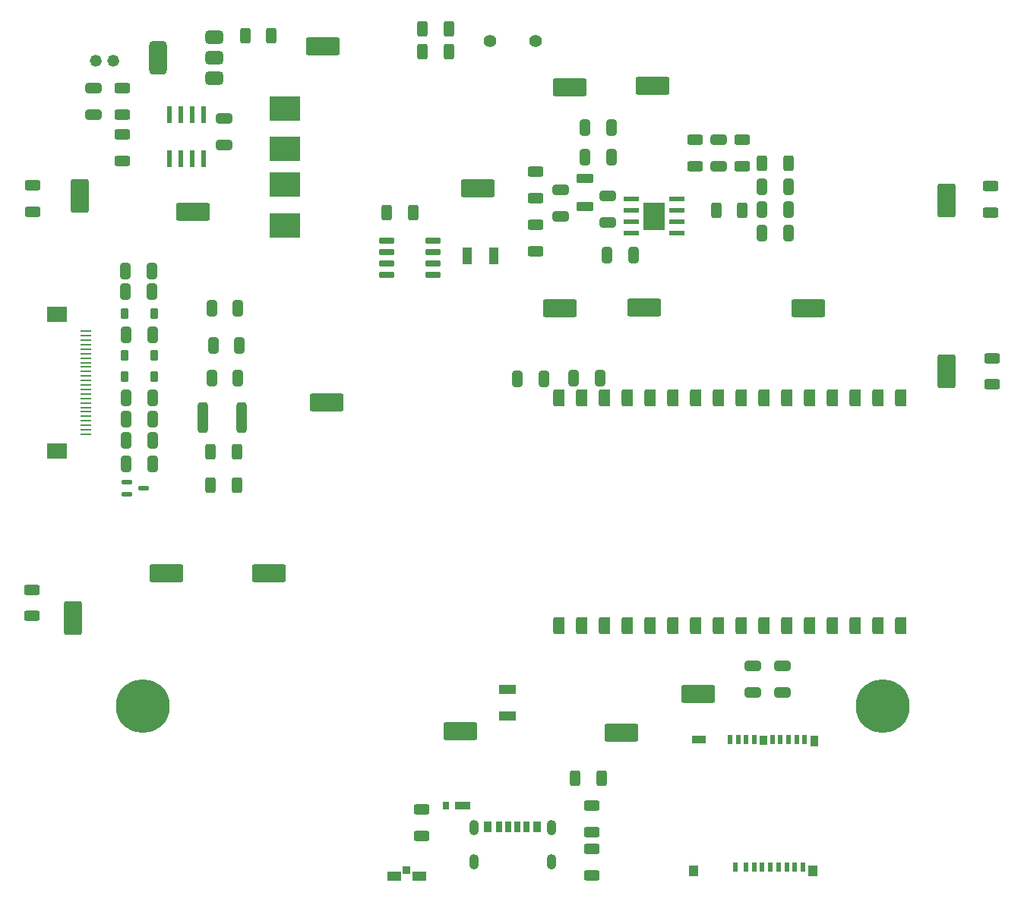
<source format=gbr>
%TF.GenerationSoftware,KiCad,Pcbnew,9.0.7*%
%TF.CreationDate,2026-02-12T15:19:18-05:00*%
%TF.ProjectId,OSHE-Reader-PCB,4f534845-2d52-4656-9164-65722d504342,rev?*%
%TF.SameCoordinates,Original*%
%TF.FileFunction,Soldermask,Bot*%
%TF.FilePolarity,Negative*%
%FSLAX46Y46*%
G04 Gerber Fmt 4.6, Leading zero omitted, Abs format (unit mm)*
G04 Created by KiCad (PCBNEW 9.0.7) date 2026-02-12 15:19:18*
%MOMM*%
%LPD*%
G01*
G04 APERTURE LIST*
G04 Aperture macros list*
%AMRoundRect*
0 Rectangle with rounded corners*
0 $1 Rounding radius*
0 $2 $3 $4 $5 $6 $7 $8 $9 X,Y pos of 4 corners*
0 Add a 4 corners polygon primitive as box body*
4,1,4,$2,$3,$4,$5,$6,$7,$8,$9,$2,$3,0*
0 Add four circle primitives for the rounded corners*
1,1,$1+$1,$2,$3*
1,1,$1+$1,$4,$5*
1,1,$1+$1,$6,$7*
1,1,$1+$1,$8,$9*
0 Add four rect primitives between the rounded corners*
20,1,$1+$1,$2,$3,$4,$5,0*
20,1,$1+$1,$4,$5,$6,$7,0*
20,1,$1+$1,$6,$7,$8,$9,0*
20,1,$1+$1,$8,$9,$2,$3,0*%
G04 Aperture macros list end*
%ADD10C,6.000000*%
%ADD11C,1.400000*%
%ADD12RoundRect,0.250000X0.625000X-0.312500X0.625000X0.312500X-0.625000X0.312500X-0.625000X-0.312500X0*%
%ADD13RoundRect,0.250000X-0.325000X-0.650000X0.325000X-0.650000X0.325000X0.650000X-0.325000X0.650000X0*%
%ADD14RoundRect,0.250000X-0.312500X-0.625000X0.312500X-0.625000X0.312500X0.625000X-0.312500X0.625000X0*%
%ADD15RoundRect,0.250000X0.650000X-0.325000X0.650000X0.325000X-0.650000X0.325000X-0.650000X-0.325000X0*%
%ADD16RoundRect,0.250000X0.325000X0.650000X-0.325000X0.650000X-0.325000X-0.650000X0.325000X-0.650000X0*%
%ADD17RoundRect,0.250000X-1.650000X-0.750000X1.650000X-0.750000X1.650000X0.750000X-1.650000X0.750000X0*%
%ADD18RoundRect,0.250000X-0.625000X0.312500X-0.625000X-0.312500X0.625000X-0.312500X0.625000X0.312500X0*%
%ADD19R,1.295400X0.254000*%
%ADD20R,2.209800X1.803400*%
%ADD21RoundRect,0.250000X-0.650000X0.325000X-0.650000X-0.325000X0.650000X-0.325000X0.650000X0.325000X0*%
%ADD22RoundRect,0.250000X-0.750000X1.650000X-0.750000X-1.650000X0.750000X-1.650000X0.750000X1.650000X0*%
%ADD23C,1.320800*%
%ADD24RoundRect,0.250000X1.650000X0.750000X-1.650000X0.750000X-1.650000X-0.750000X1.650000X-0.750000X0*%
%ADD25RoundRect,0.250000X0.700000X-0.275000X0.700000X0.275000X-0.700000X0.275000X-0.700000X-0.275000X0*%
%ADD26RoundRect,0.225000X0.225000X0.375000X-0.225000X0.375000X-0.225000X-0.375000X0.225000X-0.375000X0*%
%ADD27R,3.429000X2.819400*%
%ADD28R,0.990600X1.905000*%
%ADD29RoundRect,0.250000X0.312500X0.625000X-0.312500X0.625000X-0.312500X-0.625000X0.312500X-0.625000X0*%
%ADD30R,1.905000X0.990600*%
%ADD31R,1.803400X0.838200*%
%ADD32R,0.711200X0.838200*%
%ADD33R,1.816100X0.558800*%
%ADD34R,2.387600X3.098800*%
%ADD35RoundRect,0.375000X0.625000X0.375000X-0.625000X0.375000X-0.625000X-0.375000X0.625000X-0.375000X0*%
%ADD36RoundRect,0.500000X0.500000X1.400000X-0.500000X1.400000X-0.500000X-1.400000X0.500000X-1.400000X0*%
%ADD37RoundRect,0.150000X-0.725000X-0.150000X0.725000X-0.150000X0.725000X0.150000X-0.725000X0.150000X0*%
%ADD38RoundRect,0.225000X-0.225000X-0.375000X0.225000X-0.375000X0.225000X0.375000X-0.225000X0.375000X0*%
%ADD39O,1.092200X1.701800*%
%ADD40R,0.711200X1.193800*%
%ADD41R,0.762000X1.193800*%
%ADD42R,0.812800X1.193800*%
%ADD43R,0.558800X1.981200*%
%ADD44RoundRect,0.250000X0.312500X1.450000X-0.312500X1.450000X-0.312500X-1.450000X0.312500X-1.450000X0*%
%ADD45RoundRect,0.190500X-0.444500X0.762000X-0.444500X-0.762000X0.444500X-0.762000X0.444500X0.762000X0*%
%ADD46RoundRect,0.125000X-0.487500X-0.125000X0.487500X-0.125000X0.487500X0.125000X-0.487500X0.125000X0*%
%ADD47R,0.609600X0.990600*%
%ADD48R,0.889000X1.295400*%
%ADD49R,0.812800X1.092200*%
%ADD50R,1.498600X0.889000*%
%ADD51R,1.092200X1.295400*%
%ADD52R,1.498600X0.990600*%
%ADD53R,0.889000X0.889000*%
G04 APERTURE END LIST*
D10*
%TO.C,H2*%
X131250000Y-160000000D03*
%TD*%
D11*
%TO.C,TH2*%
X87490000Y-85775800D03*
X92570000Y-85775800D03*
%TD*%
D10*
%TO.C,H1*%
X48750000Y-160000000D03*
%TD*%
D12*
%TO.C,R17*%
X143432900Y-124091550D03*
X143432900Y-121166550D03*
%TD*%
D13*
%TO.C,C18*%
X46944373Y-130347939D03*
X49894373Y-130347939D03*
%TD*%
%TO.C,C15*%
X56608450Y-119732900D03*
X59558450Y-119732900D03*
%TD*%
D14*
%TO.C,R20*%
X56324050Y-135342900D03*
X59249050Y-135342900D03*
%TD*%
%TO.C,R5*%
X60192500Y-85195000D03*
X63117500Y-85195000D03*
%TD*%
D15*
%TO.C,C9*%
X112931726Y-99800000D03*
X112931726Y-96850000D03*
%TD*%
D16*
%TO.C,C12*%
X93500000Y-123475000D03*
X90550000Y-123475000D03*
%TD*%
D13*
%TO.C,C4*%
X100504228Y-109675000D03*
X103454228Y-109675000D03*
%TD*%
D17*
%TO.C,TP_CIPO1*%
X122975000Y-115625000D03*
%TD*%
D18*
%TO.C,R23*%
X79867100Y-171500950D03*
X79867100Y-174425950D03*
%TD*%
D19*
%TO.C,J3*%
X42429000Y-129674201D03*
X42429000Y-129174202D03*
X42429000Y-128674201D03*
X42429000Y-128174202D03*
X42429000Y-127674200D03*
X42429000Y-127174201D03*
X42429000Y-126674202D03*
X42429000Y-126174201D03*
X42429000Y-125674202D03*
X42429000Y-125174203D03*
X42429000Y-124674201D03*
X42429000Y-124174202D03*
X42429000Y-123674200D03*
X42429000Y-123174202D03*
X42429000Y-122674203D03*
X42429000Y-122174201D03*
X42429000Y-121674202D03*
X42429000Y-121174200D03*
X42429000Y-120674201D03*
X42429000Y-120174202D03*
X42429000Y-119674201D03*
X42429000Y-119174202D03*
X42429000Y-118674200D03*
X42429000Y-118174201D03*
D20*
X39177800Y-116278800D03*
X39177800Y-131569600D03*
%TD*%
D21*
%TO.C,C2*%
X43275000Y-91075000D03*
X43275000Y-94025000D03*
%TD*%
D17*
%TO.C,TP_COPI1*%
X104625000Y-115575000D03*
%TD*%
D16*
%TO.C,C14*%
X59391550Y-123417100D03*
X56441550Y-123417100D03*
%TD*%
D22*
%TO.C,TP_UP1*%
X41775000Y-103125000D03*
%TD*%
D15*
%TO.C,C8*%
X95343640Y-105387009D03*
X95343640Y-102437009D03*
%TD*%
D13*
%TO.C,C23*%
X46858100Y-111432900D03*
X49808100Y-111432900D03*
%TD*%
%TO.C,C19*%
X46944373Y-127997939D03*
X49894373Y-127997939D03*
%TD*%
D22*
%TO.C,TP_DOWN1*%
X40975000Y-150125000D03*
%TD*%
D17*
%TO.C,TP_EP_RESET1*%
X69275000Y-126125000D03*
%TD*%
D23*
%TO.C,J4*%
X43486400Y-88040000D03*
X45486401Y-88040000D03*
%TD*%
D24*
%TO.C,TP_HOME1*%
X102125000Y-162925000D03*
%TD*%
D17*
%TO.C,TP_EP_CS1*%
X51375000Y-145125000D03*
%TD*%
D13*
%TO.C,C22*%
X46858100Y-113782900D03*
X49808100Y-113782900D03*
%TD*%
D15*
%TO.C,C25*%
X116725000Y-158450000D03*
X116725000Y-155500000D03*
%TD*%
D22*
%TO.C,TP_RIGHT1*%
X138325000Y-122625000D03*
%TD*%
D16*
%TO.C,C10*%
X100979226Y-95425000D03*
X98029226Y-95425000D03*
%TD*%
D25*
%TO.C,L1*%
X98004228Y-104310000D03*
X98004228Y-101160000D03*
%TD*%
D13*
%TO.C,C13*%
X96750000Y-123425000D03*
X99700000Y-123425000D03*
%TD*%
D18*
%TO.C,R21*%
X46455000Y-91087500D03*
X46455000Y-94012500D03*
%TD*%
D16*
%TO.C,C11*%
X100979226Y-98775000D03*
X98029226Y-98775000D03*
%TD*%
D26*
%TO.C,D3*%
X50029470Y-120907548D03*
X46729470Y-120907548D03*
%TD*%
D24*
%TO.C,TP_VBUS1*%
X84125000Y-162775000D03*
%TD*%
D27*
%TO.C,R_{SNS}2*%
X64575000Y-97847900D03*
X64575000Y-93352100D03*
%TD*%
D24*
%TO.C,TP_BAT_STAT1*%
X54375000Y-104875000D03*
%TD*%
D28*
%TO.C,F2*%
X84926400Y-109800000D03*
X87923600Y-109800000D03*
%TD*%
D13*
%TO.C,C21*%
X46888421Y-118548452D03*
X49838421Y-118548452D03*
%TD*%
D24*
%TO.C,TP_BAT+1*%
X68875000Y-86425000D03*
%TD*%
D14*
%TO.C,R6*%
X75987500Y-104950000D03*
X78912500Y-104950000D03*
%TD*%
D18*
%TO.C,R12*%
X115544226Y-96862500D03*
X115544226Y-99787500D03*
%TD*%
D24*
%TO.C,TP_VIN1*%
X86125000Y-102225000D03*
%TD*%
D29*
%TO.C,R4*%
X82852500Y-87035000D03*
X79927500Y-87035000D03*
%TD*%
D12*
%TO.C,R7*%
X92514226Y-109257500D03*
X92514226Y-106332500D03*
%TD*%
D24*
%TO.C,TP_SD_CS1*%
X110675000Y-158625000D03*
%TD*%
%TO.C,TP_GND1*%
X105550000Y-90825000D03*
%TD*%
D17*
%TO.C,TP_SCK1*%
X95225000Y-115625000D03*
%TD*%
D12*
%TO.C,R11*%
X110319226Y-99787500D03*
X110319226Y-96862500D03*
%TD*%
D30*
%TO.C,F1*%
X89422949Y-161098400D03*
X89422949Y-158101200D03*
%TD*%
D31*
%TO.C,CR1*%
X84377051Y-171046799D03*
D32*
X82535551Y-171046799D03*
%TD*%
D33*
%TO.C,U3*%
X103236595Y-107246100D03*
X103236595Y-105976100D03*
X103236595Y-104706100D03*
X103236595Y-103436100D03*
X108329295Y-103436100D03*
X108329295Y-104706100D03*
X108329295Y-105976100D03*
X108329295Y-107246100D03*
D34*
X105782945Y-105341100D03*
%TD*%
D15*
%TO.C,C24*%
X120075000Y-158450000D03*
X120075000Y-155500000D03*
%TD*%
D13*
%TO.C,C17*%
X46950000Y-132975000D03*
X49900000Y-132975000D03*
%TD*%
D18*
%TO.C,R1*%
X98805000Y-171112500D03*
X98805000Y-174037500D03*
%TD*%
%TO.C,R2*%
X98805000Y-175922500D03*
X98805000Y-178847500D03*
%TD*%
D13*
%TO.C,C20*%
X46944373Y-125647939D03*
X49894373Y-125647939D03*
%TD*%
%TO.C,C5*%
X117780596Y-107216738D03*
X120730596Y-107216738D03*
%TD*%
D35*
%TO.C,Q1*%
X56750000Y-85362500D03*
X56750000Y-87662500D03*
X56750000Y-89962500D03*
D36*
X50450000Y-87662500D03*
%TD*%
D37*
%TO.C,U2*%
X75975000Y-111855000D03*
X75975000Y-110585000D03*
X75975000Y-109315000D03*
X75975000Y-108045000D03*
X81125000Y-108045000D03*
X81125000Y-109315000D03*
X81125000Y-110585000D03*
X81125000Y-111855000D03*
%TD*%
D18*
%TO.C,R14*%
X36529050Y-101900400D03*
X36529050Y-104825400D03*
%TD*%
D38*
%TO.C,D2*%
X46732486Y-123274467D03*
X50032486Y-123274467D03*
%TD*%
D39*
%TO.C,J1*%
X94320000Y-177345599D03*
X94320000Y-173545600D03*
X85680000Y-177345599D03*
X85680000Y-173545600D03*
D40*
X90499999Y-173465599D03*
D41*
X88480000Y-173465599D03*
D42*
X87250000Y-173465599D03*
D40*
X89500001Y-173465599D03*
D41*
X91519936Y-173465716D03*
D42*
X92749936Y-173465716D03*
%TD*%
D14*
%TO.C,R19*%
X56324050Y-131652900D03*
X59249050Y-131652900D03*
%TD*%
D12*
%TO.C,R8*%
X92548756Y-103311169D03*
X92548756Y-100386169D03*
%TD*%
D18*
%TO.C,R16*%
X143257100Y-102008450D03*
X143257100Y-104933450D03*
%TD*%
D17*
%TO.C,TP_EP_D/C1*%
X62825000Y-145125000D03*
%TD*%
D18*
%TO.C,R22*%
X46455000Y-96252500D03*
X46455000Y-99177500D03*
%TD*%
D43*
%TO.C,U1*%
X55530000Y-98913800D03*
X54260000Y-98913800D03*
X52990000Y-98913800D03*
X51720000Y-98913800D03*
X51720000Y-93986200D03*
X52990000Y-93986200D03*
X54260000Y-93986200D03*
X55530000Y-93986200D03*
%TD*%
D24*
%TO.C,TP_3V3*%
X96375000Y-90975000D03*
%TD*%
D14*
%TO.C,R13*%
X117783861Y-99448514D03*
X120708861Y-99448514D03*
%TD*%
D27*
%TO.C,R_{SNS}1*%
X64575000Y-106347900D03*
X64575000Y-101852100D03*
%TD*%
D18*
%TO.C,R15*%
X36447100Y-147008450D03*
X36447100Y-149933450D03*
%TD*%
D44*
%TO.C,L2*%
X59754050Y-127782900D03*
X55479050Y-127782900D03*
%TD*%
D13*
%TO.C,C16*%
X56441550Y-115617100D03*
X59391550Y-115617100D03*
%TD*%
D21*
%TO.C,C1*%
X57825000Y-94475000D03*
X57825000Y-97425000D03*
%TD*%
D45*
%TO.C,U4*%
X95140000Y-125640000D03*
X97680000Y-125640000D03*
X100220000Y-125640000D03*
X102760000Y-125640000D03*
X105300000Y-125640000D03*
X107840000Y-125640000D03*
X110380000Y-125640000D03*
X112920000Y-125640000D03*
X115460000Y-125640000D03*
X118000000Y-125640000D03*
X120540000Y-125640000D03*
X123080000Y-125640000D03*
X125620000Y-125640000D03*
X128160000Y-125640000D03*
X130700000Y-125640000D03*
X133240000Y-125640000D03*
X95140000Y-151000000D03*
X97680000Y-151000000D03*
X100220000Y-151000000D03*
X102760000Y-151000000D03*
X105300000Y-151000000D03*
X107840000Y-151000000D03*
X110380000Y-151000000D03*
X112920000Y-151000000D03*
X115460000Y-151000000D03*
X118000000Y-151000000D03*
X123080000Y-151000000D03*
X120540000Y-151000000D03*
X125620000Y-151000000D03*
X128160000Y-151000000D03*
X130700000Y-151000000D03*
X133240000Y-151000000D03*
%TD*%
D15*
%TO.C,C3*%
X100604228Y-106075000D03*
X100604228Y-103125000D03*
%TD*%
D46*
%TO.C,Q2*%
X47012500Y-136325000D03*
X47012500Y-135025000D03*
X48887500Y-135675000D03*
%TD*%
D13*
%TO.C,C7*%
X117773327Y-102039599D03*
X120723327Y-102039599D03*
%TD*%
%TO.C,C6*%
X117773327Y-104639599D03*
X120723327Y-104639599D03*
%TD*%
D47*
%TO.C,J2*%
X114233800Y-163730000D03*
X115133801Y-163730000D03*
X116033799Y-163730000D03*
X116933800Y-163730000D03*
X118933800Y-163730000D03*
X120733800Y-163730000D03*
X121633800Y-163730000D03*
X122533800Y-163730000D03*
X114833800Y-177930001D03*
X116893800Y-177930001D03*
X117803800Y-177930001D03*
X118713800Y-177930001D03*
X119623800Y-177930001D03*
X120533800Y-177930001D03*
X121443800Y-177930001D03*
X122353800Y-177930001D03*
X115983800Y-177930001D03*
X119833800Y-163730000D03*
D48*
X123583800Y-163880000D03*
D49*
X117983800Y-163780000D03*
D50*
X110733800Y-163680000D03*
D51*
X123483800Y-178330001D03*
X110183800Y-178330001D03*
%TD*%
D26*
%TO.C,D1*%
X50003450Y-116175000D03*
X46703450Y-116175000D03*
%TD*%
D22*
%TO.C,TP_LEFT1*%
X138375000Y-103625000D03*
%TD*%
D14*
%TO.C,R18*%
X96970400Y-168058450D03*
X99895400Y-168058450D03*
%TD*%
D52*
%TO.C,LED1*%
X76756300Y-178935100D03*
D53*
X78153300Y-178274700D03*
D52*
X79550300Y-178935100D03*
%TD*%
D14*
%TO.C,R9*%
X112655827Y-104659599D03*
X115580827Y-104659599D03*
%TD*%
%TO.C,R3*%
X79937500Y-84475000D03*
X82862500Y-84475000D03*
%TD*%
M02*

</source>
